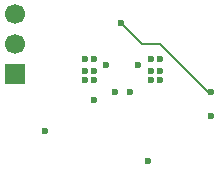
<source format=gbl>
%TF.GenerationSoftware,KiCad,Pcbnew,9.0.4*%
%TF.CreationDate,2025-10-22T22:48:15-04:00*%
%TF.ProjectId,buck_regulator_12V_3A_L6983,6275636b-5f72-4656-9775-6c61746f725f,rev?*%
%TF.SameCoordinates,Original*%
%TF.FileFunction,Copper,L4,Bot*%
%TF.FilePolarity,Positive*%
%FSLAX46Y46*%
G04 Gerber Fmt 4.6, Leading zero omitted, Abs format (unit mm)*
G04 Created by KiCad (PCBNEW 9.0.4) date 2025-10-22 22:48:15*
%MOMM*%
%LPD*%
G01*
G04 APERTURE LIST*
%TA.AperFunction,ComponentPad*%
%ADD10R,1.700000X1.700000*%
%TD*%
%TA.AperFunction,ComponentPad*%
%ADD11C,1.700000*%
%TD*%
%TA.AperFunction,ViaPad*%
%ADD12C,0.600000*%
%TD*%
%TA.AperFunction,Conductor*%
%ADD13C,0.200000*%
%TD*%
G04 APERTURE END LIST*
D10*
%TO.P,J1,1,Pin_1*%
%TO.N,14.8V*%
X135300000Y-108400000D03*
D11*
%TO.P,J1,2,Pin_2*%
%TO.N,GND*%
X135300000Y-105860000D03*
%TO.P,J1,3,Pin_3*%
%TO.N,12V*%
X135300000Y-103320000D03*
%TD*%
D12*
%TO.N,Net-(C24-Pad2)*%
X144272000Y-104140000D03*
%TO.N,GND*%
X137795000Y-113284000D03*
X151887000Y-112014000D03*
X146558000Y-115824000D03*
%TO.N,Net-(C24-Pad2)*%
X151887000Y-109982000D03*
%TO.N,14.8V*%
X141986000Y-108165997D03*
X141224000Y-108165997D03*
X147574000Y-108165997D03*
X146812000Y-108165997D03*
X141986000Y-110617000D03*
X146812000Y-108966000D03*
X147574000Y-108966000D03*
%TO.N,GND*%
X145034000Y-109982000D03*
X143764000Y-109982000D03*
X141224000Y-107188000D03*
%TO.N,14.8V*%
X141224000Y-108966000D03*
X141986000Y-108966000D03*
%TO.N,GND*%
X141986000Y-107188000D03*
X143002000Y-107696000D03*
X145669000Y-107696000D03*
X146812000Y-107188000D03*
X147574000Y-107188000D03*
%TD*%
D13*
%TO.N,Net-(C24-Pad2)*%
X147574000Y-105918000D02*
X151638000Y-109982000D01*
X146050000Y-105918000D02*
X147574000Y-105918000D01*
X144272000Y-104140000D02*
X146050000Y-105918000D01*
%TD*%
M02*

</source>
